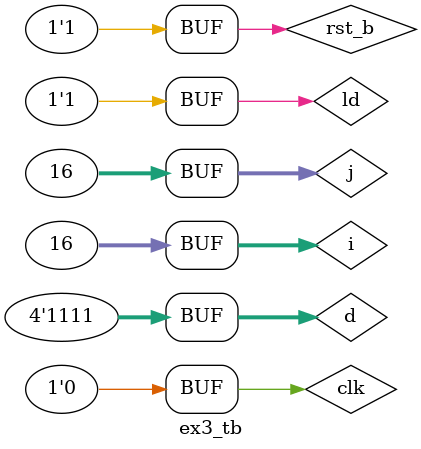
<source format=v>
module my_dff(input clk, input rst_b, input d, output reg q);
  always @(posedge clk, negedge rst_b) begin
    if(!rst_b)q<=1;
    else q<=d;
  end
  
endmodule

module ex3 #(
  parameter w=4
  )(
  input clk,
  input rst_b,
  input ld,
  input [w-1:0] d,
  output [w-1:0] q
  );
  
  generate
    genvar i;
    for(i=0;i<w;i=i+1) begin : loop
      //if(!ld)my_dff ffs(.clk(clk), .rst_b(rst_b), .d(0), .q(q[i]));
      my_dff ffs(.clk(clk), .rst_b(rst_b), .d(d[i]), .q(q[i]));
    end
  endgenerate
  
endmodule

module ex3_tb;
  reg clk, rst_b, ld;
  reg [3:0] d;
  wire [3:0] q;
  
  ex3 #(
    .w(4)
    ) dut (
    .clk(clk),
    .rst_b(rst_b),
    .ld(ld),
    .d(d),
    .q(q)
  );
  
  initial begin
    clk=0;
    rst_b=0;
    ld=1;
  end
  
  integer i;
  initial begin
    for(i=0;i<16;i=i+1) begin
      #50 clk=~clk;
    end
  end
  
  initial begin
    #25 rst_b=1;
  end
  
  integer j;
  initial begin
    {d}=0;
    for(j=0;j<16;j=j+1) begin
      #50 {d}=j;
    end
  end
  
endmodule
  
</source>
